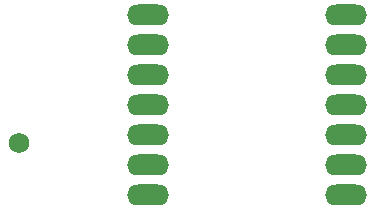
<source format=gbr>
%TF.GenerationSoftware,KiCad,Pcbnew,7.0.10*%
%TF.CreationDate,2024-02-13T16:39:49-08:00*%
%TF.ProjectId,FinalProject,46696e61-6c50-4726-9f6a-6563742e6b69,v2*%
%TF.SameCoordinates,Original*%
%TF.FileFunction,Soldermask,Bot*%
%TF.FilePolarity,Negative*%
%FSLAX46Y46*%
G04 Gerber Fmt 4.6, Leading zero omitted, Abs format (unit mm)*
G04 Created by KiCad (PCBNEW 7.0.10) date 2024-02-13 16:39:49*
%MOMM*%
%LPD*%
G01*
G04 APERTURE LIST*
%ADD10O,3.556000X1.778000*%
%ADD11C,1.726600*%
G04 APERTURE END LIST*
D10*
%TO.C,U1*%
X138938000Y-108712000D03*
X138938000Y-106172000D03*
X138938000Y-103632000D03*
X138938000Y-101092000D03*
X138938000Y-98552000D03*
X138938000Y-96012000D03*
X138938000Y-93472000D03*
X122174000Y-108712000D03*
X122174000Y-106172000D03*
X122174000Y-103632000D03*
X122174000Y-101092000D03*
X122174000Y-98552000D03*
X122174000Y-96012000D03*
X122174000Y-93472000D03*
%TD*%
D11*
%TO.C,IC1*%
X111304000Y-104267000D03*
%TD*%
M02*

</source>
